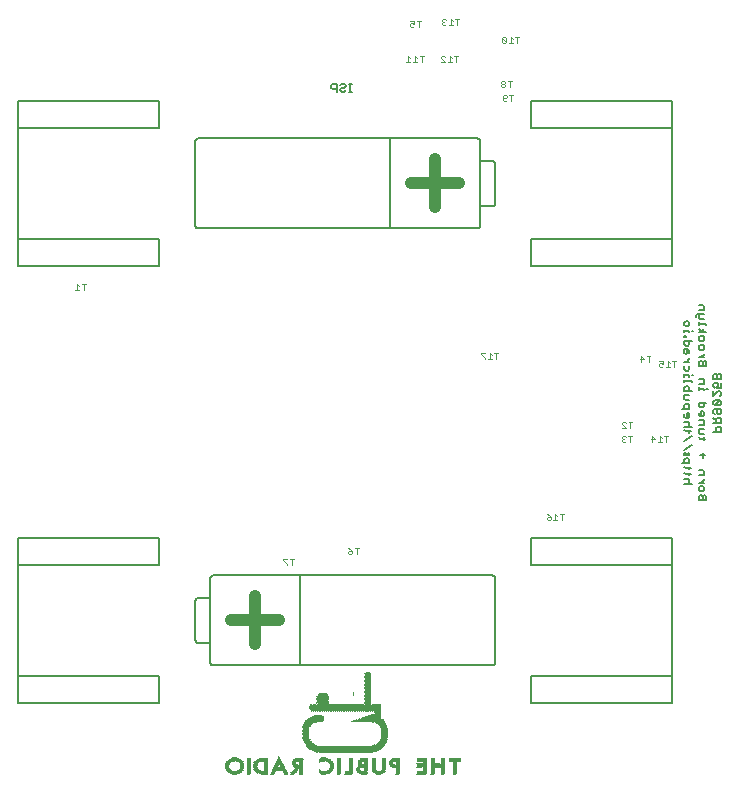
<source format=gbo>
G75*
%MOIN*%
%OFA0B0*%
%FSLAX24Y24*%
%IPPOS*%
%LPD*%
%AMOC8*
5,1,8,0,0,1.08239X$1,22.5*
%
%ADD10R,0.0010X0.0110*%
%ADD11R,0.0010X0.0010*%
%ADD12R,0.0010X0.0030*%
%ADD13R,0.0010X0.0070*%
%ADD14C,0.0070*%
%ADD15C,0.0050*%
%ADD16C,0.0080*%
%ADD17C,0.0400*%
%ADD18C,0.0040*%
%ADD19R,0.0015X0.0015*%
%ADD20R,0.0107X0.0015*%
%ADD21R,0.0123X0.0015*%
%ADD22R,0.0138X0.0015*%
%ADD23R,0.0353X0.0015*%
%ADD24R,0.0230X0.0015*%
%ADD25R,0.0261X0.0015*%
%ADD26R,0.0292X0.0015*%
%ADD27R,0.0154X0.0015*%
%ADD28R,0.0276X0.0015*%
%ADD29R,0.0322X0.0015*%
%ADD30R,0.0307X0.0015*%
%ADD31R,0.0169X0.0015*%
%ADD32R,0.0338X0.0015*%
%ADD33R,0.0384X0.0015*%
%ADD34R,0.0369X0.0015*%
%ADD35R,0.0415X0.0015*%
%ADD36R,0.0399X0.0015*%
%ADD37R,0.0445X0.0015*%
%ADD38R,0.0476X0.0015*%
%ADD39R,0.0200X0.0015*%
%ADD40R,0.0430X0.0015*%
%ADD41R,0.0077X0.0015*%
%ADD42R,0.0184X0.0015*%
%ADD43R,0.0046X0.0015*%
%ADD44R,0.0031X0.0015*%
%ADD45R,0.0246X0.0015*%
%ADD46R,0.0461X0.0015*%
%ADD47R,0.0092X0.0015*%
%ADD48R,0.0061X0.0015*%
%ADD49R,0.1981X0.0015*%
%ADD50R,0.2165X0.0015*%
%ADD51R,0.2288X0.0015*%
%ADD52R,0.2380X0.0015*%
%ADD53R,0.2472X0.0015*%
%ADD54R,0.2533X0.0015*%
%ADD55R,0.2595X0.0015*%
%ADD56R,0.0215X0.0015*%
%ADD57R,0.1075X0.0015*%
%ADD58R,0.0568X0.0015*%
%ADD59R,0.0952X0.0015*%
%ADD60R,0.0844X0.0015*%
%ADD61R,0.0537X0.0015*%
%ADD62R,0.0691X0.0015*%
%ADD63R,0.0507X0.0015*%
%ADD64R,0.0583X0.0015*%
%ADD65R,0.2365X0.0015*%
%ADD66R,0.2395X0.0015*%
%ADD67R,0.2349X0.0015*%
D10*
X014244Y004231D03*
D11*
X014254Y004191D03*
D12*
X014254Y004221D03*
X014254Y004261D03*
D13*
X014264Y004231D03*
D14*
X025264Y011220D02*
X025514Y011220D01*
X025431Y011262D02*
X025431Y011345D01*
X025389Y011387D01*
X025264Y011387D01*
X025306Y011556D02*
X025264Y011598D01*
X025306Y011556D02*
X025472Y011556D01*
X025431Y011515D02*
X025431Y011598D01*
X025431Y011711D02*
X025431Y011794D01*
X025472Y011753D02*
X025306Y011753D01*
X025264Y011794D01*
X025264Y011907D02*
X025264Y012033D01*
X025306Y012074D01*
X025389Y012074D01*
X025431Y012033D01*
X025431Y011907D01*
X025181Y011907D01*
X025264Y012202D02*
X025306Y012202D01*
X025306Y012244D01*
X025264Y012244D01*
X025264Y012202D01*
X025389Y012202D02*
X025431Y012202D01*
X025431Y012244D01*
X025389Y012244D01*
X025389Y012202D01*
X025264Y012349D02*
X025514Y012516D01*
X025264Y012644D02*
X025514Y012811D01*
X025431Y012939D02*
X025431Y013022D01*
X025472Y012980D02*
X025306Y012980D01*
X025264Y013022D01*
X025264Y013135D02*
X025514Y013135D01*
X025431Y013177D02*
X025431Y013260D01*
X025389Y013302D01*
X025264Y013302D01*
X025306Y013430D02*
X025389Y013430D01*
X025431Y013471D01*
X025431Y013555D01*
X025389Y013597D01*
X025347Y013597D01*
X025347Y013430D01*
X025306Y013430D02*
X025264Y013471D01*
X025264Y013555D01*
X025264Y013724D02*
X025264Y013850D01*
X025306Y013891D01*
X025389Y013891D01*
X025431Y013850D01*
X025431Y013724D01*
X025181Y013724D01*
X025306Y014019D02*
X025264Y014061D01*
X025264Y014186D01*
X025431Y014186D01*
X025431Y014314D02*
X025431Y014439D01*
X025389Y014481D01*
X025306Y014481D01*
X025264Y014439D01*
X025264Y014314D01*
X025514Y014314D01*
X025744Y014363D02*
X025744Y014446D01*
X025744Y014405D02*
X025911Y014405D01*
X025911Y014363D01*
X025994Y014405D02*
X026036Y014405D01*
X025911Y014559D02*
X025744Y014559D01*
X025911Y014559D02*
X025911Y014684D01*
X025869Y014726D01*
X025744Y014726D01*
X025556Y014847D02*
X025514Y014847D01*
X025431Y014847D02*
X025264Y014847D01*
X025264Y014888D02*
X025264Y014805D01*
X025264Y014692D02*
X025264Y014608D01*
X025264Y014650D02*
X025514Y014650D01*
X025514Y014608D01*
X025431Y014805D02*
X025431Y014847D01*
X025389Y015001D02*
X025306Y015001D01*
X025264Y015043D01*
X025264Y015168D01*
X025264Y015296D02*
X025431Y015296D01*
X025431Y015379D02*
X025347Y015296D01*
X025431Y015379D02*
X025431Y015421D01*
X025431Y015583D02*
X025431Y015667D01*
X025389Y015708D01*
X025264Y015708D01*
X025264Y015583D01*
X025306Y015541D01*
X025347Y015583D01*
X025347Y015708D01*
X025306Y015836D02*
X025389Y015836D01*
X025431Y015878D01*
X025431Y016003D01*
X025514Y016003D02*
X025264Y016003D01*
X025264Y015878D01*
X025306Y015836D01*
X025306Y016131D02*
X025306Y016172D01*
X025264Y016172D01*
X025264Y016131D01*
X025306Y016131D01*
X025264Y016278D02*
X025264Y016361D01*
X025264Y016320D02*
X025431Y016320D01*
X025431Y016278D01*
X025514Y016320D02*
X025556Y016320D01*
X025744Y016278D02*
X025994Y016278D01*
X025911Y016403D02*
X025827Y016278D01*
X025744Y016403D01*
X025744Y016524D02*
X025744Y016607D01*
X025744Y016565D02*
X025994Y016565D01*
X025994Y016524D01*
X025911Y016720D02*
X025786Y016720D01*
X025744Y016762D01*
X025744Y016887D01*
X025702Y016887D02*
X025661Y016845D01*
X025661Y016803D01*
X025702Y016887D02*
X025911Y016887D01*
X025911Y017015D02*
X025911Y017140D01*
X025869Y017182D01*
X025744Y017182D01*
X025744Y017015D02*
X025911Y017015D01*
X025431Y016600D02*
X025431Y016516D01*
X025389Y016475D01*
X025306Y016475D01*
X025264Y016516D01*
X025264Y016600D01*
X025306Y016641D01*
X025389Y016641D01*
X025431Y016600D01*
X025786Y016150D02*
X025869Y016150D01*
X025911Y016109D01*
X025911Y016025D01*
X025869Y015983D01*
X025786Y015983D01*
X025744Y016025D01*
X025744Y016109D01*
X025786Y016150D01*
X025786Y015856D02*
X025869Y015856D01*
X025911Y015814D01*
X025911Y015730D01*
X025869Y015689D01*
X025786Y015689D01*
X025744Y015730D01*
X025744Y015814D01*
X025786Y015856D01*
X025911Y015568D02*
X025911Y015527D01*
X025827Y015443D01*
X025744Y015443D02*
X025911Y015443D01*
X025911Y015315D02*
X025869Y015274D01*
X025869Y015149D01*
X025869Y015274D02*
X025827Y015315D01*
X025786Y015315D01*
X025744Y015274D01*
X025744Y015149D01*
X025994Y015149D01*
X025994Y015274D01*
X025952Y015315D01*
X025911Y015315D01*
X026266Y014898D02*
X026224Y014856D01*
X026224Y014731D01*
X026474Y014731D01*
X026474Y014856D01*
X026432Y014898D01*
X026391Y014898D01*
X026349Y014856D01*
X026349Y014731D01*
X026349Y014856D02*
X026307Y014898D01*
X026266Y014898D01*
X026266Y014603D02*
X026224Y014562D01*
X026224Y014478D01*
X026266Y014437D01*
X026349Y014437D02*
X026391Y014520D01*
X026391Y014562D01*
X026349Y014603D01*
X026266Y014603D01*
X026349Y014437D02*
X026474Y014437D01*
X026474Y014603D01*
X026432Y014309D02*
X026474Y014267D01*
X026474Y014184D01*
X026432Y014142D01*
X026432Y014014D02*
X026266Y013847D01*
X026224Y013889D01*
X026224Y013972D01*
X026266Y014014D01*
X026432Y014014D01*
X026474Y013972D01*
X026474Y013889D01*
X026432Y013847D01*
X026266Y013847D01*
X026266Y013719D02*
X026432Y013719D01*
X026474Y013678D01*
X026474Y013594D01*
X026432Y013553D01*
X026391Y013553D01*
X026349Y013594D01*
X026349Y013719D01*
X026266Y013719D02*
X026224Y013678D01*
X026224Y013594D01*
X026266Y013553D01*
X026224Y013425D02*
X026307Y013341D01*
X026307Y013383D02*
X026307Y013258D01*
X026224Y013258D02*
X026474Y013258D01*
X026474Y013383D01*
X026432Y013425D01*
X026349Y013425D01*
X026307Y013383D01*
X026349Y013130D02*
X026307Y013088D01*
X026307Y012963D01*
X026224Y012963D02*
X026474Y012963D01*
X026474Y013088D01*
X026432Y013130D01*
X026349Y013130D01*
X025911Y013184D02*
X025911Y013309D01*
X025869Y013351D01*
X025744Y013351D01*
X025786Y013479D02*
X025869Y013479D01*
X025911Y013521D01*
X025911Y013604D01*
X025869Y013646D01*
X025827Y013646D01*
X025827Y013479D01*
X025786Y013479D02*
X025744Y013521D01*
X025744Y013604D01*
X025786Y013774D02*
X025869Y013774D01*
X025911Y013815D01*
X025911Y013940D01*
X025994Y013940D02*
X025744Y013940D01*
X025744Y013815D01*
X025786Y013774D01*
X025431Y014019D02*
X025306Y014019D01*
X026224Y014142D02*
X026391Y014309D01*
X026432Y014309D01*
X026224Y014309D02*
X026224Y014142D01*
X025911Y013184D02*
X025744Y013184D01*
X025744Y013056D02*
X025911Y013056D01*
X025911Y012890D02*
X025786Y012890D01*
X025744Y012931D01*
X025744Y013056D01*
X025744Y012777D02*
X025786Y012735D01*
X025952Y012735D01*
X025911Y012693D02*
X025911Y012777D01*
X025869Y012271D02*
X025869Y012104D01*
X025952Y012187D02*
X025786Y012187D01*
X025744Y011681D02*
X025869Y011681D01*
X025911Y011640D01*
X025911Y011515D01*
X025744Y011515D01*
X025911Y011394D02*
X025911Y011352D01*
X025827Y011269D01*
X025744Y011269D02*
X025911Y011269D01*
X025869Y011141D02*
X025911Y011099D01*
X025911Y011016D01*
X025869Y010974D01*
X025786Y010974D01*
X025744Y011016D01*
X025744Y011099D01*
X025786Y011141D01*
X025869Y011141D01*
X025827Y010847D02*
X025786Y010847D01*
X025744Y010805D01*
X025744Y010680D01*
X025994Y010680D01*
X025994Y010805D01*
X025952Y010847D01*
X025911Y010847D01*
X025869Y010805D01*
X025869Y010680D01*
X025869Y010805D02*
X025827Y010847D01*
X025431Y011262D02*
X025389Y011220D01*
X025389Y013135D02*
X025431Y013177D01*
X025389Y015001D02*
X025431Y015043D01*
X025431Y015168D01*
D15*
X007760Y003926D02*
X003060Y003926D01*
X003060Y004826D01*
X007760Y004826D01*
X007760Y003926D01*
X003060Y004826D02*
X003060Y008526D01*
X007760Y008526D01*
X007760Y009426D01*
X003060Y009426D01*
X003060Y008526D01*
X003060Y018493D02*
X007760Y018493D01*
X007760Y019393D01*
X003060Y019393D01*
X003060Y023093D01*
X007760Y023093D01*
X007760Y023993D01*
X003060Y023993D01*
X003060Y023093D01*
X003060Y019393D02*
X003060Y018493D01*
X013494Y024435D02*
X013539Y024390D01*
X013674Y024390D01*
X013674Y024299D02*
X013674Y024570D01*
X013539Y024570D01*
X013494Y024525D01*
X013494Y024435D01*
X013788Y024390D02*
X013788Y024345D01*
X013833Y024299D01*
X013923Y024299D01*
X013968Y024345D01*
X013923Y024435D02*
X013833Y024435D01*
X013788Y024390D01*
X013788Y024525D02*
X013833Y024570D01*
X013923Y024570D01*
X013968Y024525D01*
X013968Y024480D01*
X013923Y024435D01*
X014075Y024570D02*
X014165Y024570D01*
X014120Y024570D02*
X014120Y024299D01*
X014165Y024299D02*
X014075Y024299D01*
X020160Y023993D02*
X020160Y023093D01*
X024860Y023093D01*
X024860Y023993D01*
X020160Y023993D01*
X024860Y023093D02*
X024860Y019393D01*
X020160Y019393D01*
X020160Y018493D01*
X024860Y018493D01*
X024860Y019393D01*
X024860Y009426D02*
X020160Y009426D01*
X020160Y008526D01*
X024860Y008526D01*
X024860Y004826D01*
X020160Y004826D01*
X020160Y003926D01*
X024860Y003926D01*
X024860Y004826D01*
X024860Y008526D02*
X024860Y009426D01*
D16*
X018960Y008076D02*
X018960Y005276D01*
X018958Y005259D01*
X018954Y005242D01*
X018947Y005226D01*
X018937Y005212D01*
X018924Y005199D01*
X018910Y005189D01*
X018894Y005182D01*
X018877Y005178D01*
X018860Y005176D01*
X012460Y005176D01*
X009560Y005176D01*
X009543Y005178D01*
X009526Y005182D01*
X009510Y005189D01*
X009496Y005199D01*
X009483Y005212D01*
X009473Y005226D01*
X009466Y005242D01*
X009462Y005259D01*
X009460Y005276D01*
X009460Y005926D01*
X009060Y005926D01*
X009043Y005928D01*
X009026Y005932D01*
X009010Y005939D01*
X008996Y005949D01*
X008983Y005962D01*
X008973Y005976D01*
X008966Y005992D01*
X008962Y006009D01*
X008960Y006026D01*
X008960Y007326D01*
X008962Y007343D01*
X008966Y007360D01*
X008973Y007376D01*
X008983Y007390D01*
X008996Y007403D01*
X009010Y007413D01*
X009026Y007420D01*
X009043Y007424D01*
X009060Y007426D01*
X009460Y007426D01*
X009460Y005926D01*
X009460Y007426D02*
X009460Y008076D01*
X009462Y008093D01*
X009466Y008110D01*
X009473Y008126D01*
X009483Y008140D01*
X009496Y008153D01*
X009510Y008163D01*
X009526Y008170D01*
X009543Y008174D01*
X009560Y008176D01*
X012460Y008176D01*
X018860Y008176D01*
X018877Y008174D01*
X018894Y008170D01*
X018910Y008163D01*
X018924Y008153D01*
X018937Y008140D01*
X018947Y008126D01*
X018954Y008110D01*
X018958Y008093D01*
X018960Y008076D01*
X012460Y008176D02*
X012460Y005176D01*
X015460Y019743D02*
X009060Y019743D01*
X009043Y019745D01*
X009026Y019749D01*
X009010Y019756D01*
X008996Y019766D01*
X008983Y019779D01*
X008973Y019793D01*
X008966Y019809D01*
X008962Y019826D01*
X008960Y019843D01*
X008960Y022643D01*
X008962Y022660D01*
X008966Y022677D01*
X008973Y022693D01*
X008983Y022707D01*
X008996Y022720D01*
X009010Y022730D01*
X009026Y022737D01*
X009043Y022741D01*
X009060Y022743D01*
X015460Y022743D01*
X018360Y022743D01*
X018377Y022741D01*
X018394Y022737D01*
X018410Y022730D01*
X018424Y022720D01*
X018437Y022707D01*
X018447Y022693D01*
X018454Y022677D01*
X018458Y022660D01*
X018460Y022643D01*
X018460Y021993D01*
X018860Y021993D01*
X018877Y021991D01*
X018894Y021987D01*
X018910Y021980D01*
X018924Y021970D01*
X018937Y021957D01*
X018947Y021943D01*
X018954Y021927D01*
X018958Y021910D01*
X018960Y021893D01*
X018960Y020593D01*
X018958Y020576D01*
X018954Y020559D01*
X018947Y020543D01*
X018937Y020529D01*
X018924Y020516D01*
X018910Y020506D01*
X018894Y020499D01*
X018877Y020495D01*
X018860Y020493D01*
X018460Y020493D01*
X018460Y021993D01*
X018460Y020493D02*
X018460Y019843D01*
X018458Y019826D01*
X018454Y019809D01*
X018447Y019793D01*
X018437Y019779D01*
X018424Y019766D01*
X018410Y019756D01*
X018394Y019749D01*
X018377Y019745D01*
X018360Y019743D01*
X015460Y019743D01*
X015460Y022743D01*
D17*
X016960Y022043D02*
X016960Y020443D01*
X016160Y021243D02*
X017760Y021243D01*
X010960Y007476D02*
X010960Y005876D01*
X011760Y006676D02*
X010160Y006676D01*
D18*
X012026Y008527D02*
X012026Y008560D01*
X011892Y008694D01*
X011892Y008727D01*
X012026Y008727D01*
X012113Y008727D02*
X012247Y008727D01*
X012180Y008727D02*
X012180Y008527D01*
X014058Y008915D02*
X014058Y008948D01*
X014091Y008981D01*
X014191Y008981D01*
X014191Y008915D01*
X014158Y008881D01*
X014091Y008881D01*
X014058Y008915D01*
X014124Y009048D02*
X014058Y009081D01*
X014124Y009048D02*
X014191Y008981D01*
X014279Y009081D02*
X014412Y009081D01*
X014345Y009081D02*
X014345Y008881D01*
X020672Y010061D02*
X020706Y010028D01*
X020772Y010028D01*
X020806Y010061D01*
X020806Y010128D01*
X020706Y010128D01*
X020672Y010094D01*
X020672Y010061D01*
X020739Y010195D02*
X020806Y010128D01*
X020739Y010195D02*
X020672Y010228D01*
X020960Y010228D02*
X020960Y010028D01*
X021027Y010028D02*
X020893Y010028D01*
X021027Y010161D02*
X020960Y010228D01*
X021114Y010228D02*
X021248Y010228D01*
X021181Y010228D02*
X021181Y010028D01*
X023205Y012626D02*
X023272Y012626D01*
X023305Y012660D01*
X023238Y012726D02*
X023205Y012726D01*
X023172Y012693D01*
X023172Y012660D01*
X023205Y012626D01*
X023205Y012726D02*
X023172Y012760D01*
X023172Y012793D01*
X023205Y012826D01*
X023272Y012826D01*
X023305Y012793D01*
X023393Y012826D02*
X023526Y012826D01*
X023459Y012826D02*
X023459Y012626D01*
X023464Y013074D02*
X023464Y013274D01*
X023398Y013274D02*
X023531Y013274D01*
X023310Y013241D02*
X023277Y013274D01*
X023210Y013274D01*
X023177Y013241D01*
X023177Y013208D01*
X023310Y013074D01*
X023177Y013074D01*
X024149Y012718D02*
X024282Y012718D01*
X024182Y012818D01*
X024182Y012618D01*
X024370Y012618D02*
X024503Y012618D01*
X024437Y012618D02*
X024437Y012818D01*
X024503Y012751D01*
X024591Y012818D02*
X024724Y012818D01*
X024658Y012818D02*
X024658Y012618D01*
X024633Y015131D02*
X024767Y015131D01*
X024700Y015131D02*
X024700Y015331D01*
X024767Y015265D01*
X024854Y015331D02*
X024988Y015331D01*
X024921Y015331D02*
X024921Y015131D01*
X024546Y015164D02*
X024512Y015131D01*
X024446Y015131D01*
X024412Y015164D01*
X024412Y015231D01*
X024446Y015265D01*
X024479Y015265D01*
X024546Y015231D01*
X024546Y015331D01*
X024412Y015331D01*
X024131Y015494D02*
X023998Y015494D01*
X024065Y015494D02*
X024065Y015294D01*
X023910Y015394D02*
X023777Y015394D01*
X023810Y015494D02*
X023910Y015394D01*
X023810Y015294D02*
X023810Y015494D01*
X019058Y015577D02*
X018924Y015577D01*
X018991Y015577D02*
X018991Y015377D01*
X018837Y015377D02*
X018703Y015377D01*
X018770Y015377D02*
X018770Y015577D01*
X018837Y015511D01*
X018616Y015577D02*
X018482Y015577D01*
X018482Y015544D01*
X018616Y015411D01*
X018616Y015377D01*
X019239Y023999D02*
X019205Y024033D01*
X019205Y024166D01*
X019239Y024199D01*
X019305Y024199D01*
X019339Y024166D01*
X019339Y024133D01*
X019305Y024099D01*
X019205Y024099D01*
X019239Y023999D02*
X019305Y023999D01*
X019339Y024033D01*
X019493Y023999D02*
X019493Y024199D01*
X019560Y024199D02*
X019426Y024199D01*
X019434Y024442D02*
X019434Y024642D01*
X019501Y024642D02*
X019367Y024642D01*
X019280Y024609D02*
X019280Y024576D01*
X019246Y024542D01*
X019179Y024542D01*
X019146Y024509D01*
X019146Y024476D01*
X019179Y024442D01*
X019246Y024442D01*
X019280Y024476D01*
X019280Y024509D01*
X019246Y024542D01*
X019179Y024542D02*
X019146Y024576D01*
X019146Y024609D01*
X019179Y024642D01*
X019246Y024642D01*
X019280Y024609D01*
X019287Y025926D02*
X019320Y025960D01*
X019187Y026093D01*
X019187Y025960D01*
X019220Y025926D01*
X019287Y025926D01*
X019320Y025960D02*
X019320Y026093D01*
X019287Y026127D01*
X019220Y026127D01*
X019187Y026093D01*
X019408Y025926D02*
X019541Y025926D01*
X019475Y025926D02*
X019475Y026127D01*
X019541Y026060D01*
X019629Y026127D02*
X019762Y026127D01*
X019696Y026127D02*
X019696Y025926D01*
X017729Y025479D02*
X017595Y025479D01*
X017662Y025479D02*
X017662Y025279D01*
X017508Y025279D02*
X017374Y025279D01*
X017441Y025279D02*
X017441Y025479D01*
X017508Y025412D01*
X017287Y025446D02*
X017254Y025479D01*
X017187Y025479D01*
X017153Y025446D01*
X017153Y025412D01*
X017287Y025279D01*
X017153Y025279D01*
X016567Y025489D02*
X016434Y025489D01*
X016501Y025489D02*
X016501Y025289D01*
X016346Y025289D02*
X016213Y025289D01*
X016280Y025289D02*
X016280Y025489D01*
X016346Y025422D01*
X016126Y025422D02*
X016059Y025489D01*
X016059Y025289D01*
X016126Y025289D02*
X015992Y025289D01*
X016158Y026470D02*
X016225Y026470D01*
X016258Y026503D01*
X016258Y026570D02*
X016191Y026603D01*
X016158Y026603D01*
X016124Y026570D01*
X016124Y026503D01*
X016158Y026470D01*
X016258Y026570D02*
X016258Y026670D01*
X016124Y026670D01*
X016345Y026670D02*
X016479Y026670D01*
X016412Y026670D02*
X016412Y026470D01*
X017183Y026542D02*
X017216Y026509D01*
X017283Y026509D01*
X017316Y026542D01*
X017404Y026509D02*
X017537Y026509D01*
X017471Y026509D02*
X017471Y026709D01*
X017537Y026643D01*
X017625Y026709D02*
X017758Y026709D01*
X017692Y026709D02*
X017692Y026509D01*
X017316Y026676D02*
X017283Y026709D01*
X017216Y026709D01*
X017183Y026676D01*
X017183Y026643D01*
X017216Y026609D01*
X017183Y026576D01*
X017183Y026542D01*
X017216Y026609D02*
X017250Y026609D01*
X005317Y017900D02*
X005184Y017900D01*
X005251Y017900D02*
X005251Y017700D01*
X005096Y017700D02*
X004963Y017700D01*
X005030Y017700D02*
X005030Y017900D01*
X005096Y017833D01*
D19*
X014620Y004875D03*
X014620Y004783D03*
X014620Y004752D03*
X014620Y004660D03*
X014620Y004629D03*
X014620Y004537D03*
X014620Y004506D03*
X014620Y004414D03*
X014620Y004384D03*
X014620Y004291D03*
X014620Y004261D03*
X014620Y004169D03*
X014620Y004138D03*
X014620Y004046D03*
X014620Y004015D03*
X014620Y003923D03*
X014620Y003892D03*
X014804Y003861D03*
X014804Y003954D03*
X014804Y003984D03*
X014804Y004076D03*
X014804Y004107D03*
X014804Y004199D03*
X014804Y004230D03*
X014804Y004322D03*
X014804Y004353D03*
X014804Y004445D03*
X014804Y004476D03*
X014804Y004568D03*
X014804Y004599D03*
X014804Y004691D03*
X014804Y004721D03*
X014804Y004813D03*
X014804Y004844D03*
X014773Y004906D03*
X013391Y004107D03*
X013391Y004076D03*
X013391Y003984D03*
X013391Y003954D03*
X013391Y003861D03*
X013407Y003631D03*
X013468Y003631D03*
X013530Y003631D03*
X013591Y003631D03*
X013652Y003631D03*
X013714Y003631D03*
X013775Y003631D03*
X013837Y003631D03*
X013898Y003631D03*
X013960Y003631D03*
X014021Y003631D03*
X014082Y003631D03*
X014144Y003631D03*
X014205Y003631D03*
X014267Y003631D03*
X014328Y003631D03*
X014389Y003631D03*
X014451Y003631D03*
X014512Y003631D03*
X014574Y003631D03*
X014635Y003631D03*
X014697Y003631D03*
X014727Y003631D03*
X014758Y003631D03*
X014819Y003631D03*
X014881Y003631D03*
X014865Y003524D03*
X014712Y003462D03*
X014681Y003462D03*
X014635Y003447D03*
X014620Y003432D03*
X014589Y003432D03*
X014543Y003416D03*
X014451Y003386D03*
X014359Y003355D03*
X014343Y003339D03*
X014343Y003278D03*
X014313Y003278D03*
X014282Y003278D03*
X014251Y003278D03*
X014221Y003278D03*
X014190Y003278D03*
X014251Y003309D03*
X014374Y003278D03*
X014405Y003278D03*
X014436Y003278D03*
X014466Y003278D03*
X014497Y003278D03*
X014528Y003278D03*
X014558Y003278D03*
X014589Y003278D03*
X014620Y003278D03*
X014650Y003278D03*
X014681Y003278D03*
X014712Y003278D03*
X014743Y003278D03*
X014773Y003278D03*
X014804Y003278D03*
X014835Y003278D03*
X014865Y003278D03*
X014881Y003263D03*
X014911Y003263D03*
X015111Y003155D03*
X015142Y003124D03*
X015142Y003094D03*
X015173Y003032D03*
X015173Y002940D03*
X015173Y002910D03*
X015173Y002817D03*
X015173Y002787D03*
X015357Y002756D03*
X015357Y002725D03*
X015357Y002848D03*
X015357Y002879D03*
X015357Y002971D03*
X015357Y003002D03*
X015357Y003094D03*
X015357Y003124D03*
X015326Y003155D03*
X015326Y003186D03*
X015295Y003247D03*
X015265Y003278D03*
X015173Y003370D03*
X015142Y003401D03*
X015142Y003432D03*
X015142Y003524D03*
X015142Y003554D03*
X015142Y003647D03*
X015142Y003677D03*
X015142Y003769D03*
X015142Y003800D03*
X013345Y003631D03*
X013284Y003631D03*
X013223Y003631D03*
X013161Y003631D03*
X013100Y003631D03*
X013038Y003631D03*
X012977Y003631D03*
X012915Y003631D03*
X012854Y003631D03*
X012839Y003647D03*
X012777Y003769D03*
X012777Y003800D03*
X012808Y003831D03*
X012823Y003846D03*
X012854Y003846D03*
X013023Y003892D03*
X013023Y003923D03*
X013023Y004015D03*
X013023Y004046D03*
X013023Y004138D03*
X012977Y003478D03*
X012946Y003478D03*
X012931Y003462D03*
X012900Y003462D03*
X012839Y003432D03*
X012777Y003401D03*
X012685Y003339D03*
X012654Y003309D03*
X012808Y003186D03*
X012839Y003217D03*
X012777Y003124D03*
X012747Y003063D03*
X012747Y003032D03*
X012747Y002940D03*
X012747Y002910D03*
X012747Y002817D03*
X012747Y002787D03*
X012562Y002756D03*
X012562Y002725D03*
X012562Y002848D03*
X012562Y002879D03*
X012562Y002971D03*
X012562Y003002D03*
X012562Y003094D03*
X012562Y003124D03*
X013008Y003263D03*
X013054Y003278D03*
X013084Y003278D03*
X013115Y003278D03*
X013146Y003278D03*
X013207Y003339D03*
X013238Y003401D03*
X013207Y003462D03*
X013192Y003478D03*
X012839Y002602D03*
X012869Y002572D03*
X012961Y002510D03*
X013008Y002495D03*
X013023Y002480D03*
X013023Y002265D03*
X013054Y002265D03*
X013176Y002080D03*
X013207Y002080D03*
X013299Y002080D03*
X013330Y002080D03*
X013284Y001973D03*
X013253Y001973D03*
X013161Y001942D03*
X013100Y001911D03*
X013100Y001697D03*
X013253Y001635D03*
X013284Y001635D03*
X013330Y001528D03*
X013176Y001528D03*
X013699Y001528D03*
X013729Y001528D03*
X013760Y001528D03*
X013791Y001528D03*
X013944Y001528D03*
X013975Y001528D03*
X014006Y001528D03*
X014036Y001528D03*
X014067Y001528D03*
X014098Y001528D03*
X014128Y001528D03*
X014159Y001528D03*
X014190Y001528D03*
X014528Y001528D03*
X014558Y001528D03*
X014589Y001528D03*
X014620Y001528D03*
X014650Y001528D03*
X014681Y001528D03*
X015019Y001528D03*
X015065Y001635D03*
X015096Y001635D03*
X015249Y001574D03*
X015572Y001743D03*
X015618Y001850D03*
X015664Y001528D03*
X015695Y001528D03*
X015725Y001528D03*
X015756Y001528D03*
X016339Y001528D03*
X016370Y001528D03*
X016401Y001528D03*
X016432Y001528D03*
X016462Y001528D03*
X016493Y001528D03*
X016524Y001528D03*
X016554Y001528D03*
X016585Y001528D03*
X016616Y001528D03*
X016647Y001528D03*
X016831Y001528D03*
X016861Y001528D03*
X016892Y001528D03*
X016923Y001528D03*
X017169Y001528D03*
X017199Y001528D03*
X017230Y001528D03*
X017261Y001528D03*
X017568Y001528D03*
X017599Y001528D03*
X017629Y001528D03*
X017660Y001528D03*
X017123Y001881D03*
X017092Y001881D03*
X017061Y001881D03*
X017030Y001881D03*
X017000Y001881D03*
X016969Y001881D03*
X016539Y001881D03*
X016508Y001881D03*
X016478Y001881D03*
X016447Y001881D03*
X016416Y001881D03*
X016386Y001881D03*
X016355Y001881D03*
X016370Y001773D03*
X016339Y001773D03*
X016401Y001773D03*
X016432Y001773D03*
X016462Y001773D03*
X016493Y001773D03*
X016524Y001773D03*
X015203Y002418D03*
X015157Y002372D03*
X015111Y002357D03*
X015234Y002480D03*
X014958Y002510D03*
X014896Y002480D03*
X014865Y002480D03*
X014865Y002265D03*
X014482Y002065D03*
X012808Y002357D03*
X012685Y002480D03*
X012301Y002065D03*
X012271Y001758D03*
X012255Y001528D03*
X012224Y001528D03*
X012194Y001528D03*
X012163Y001528D03*
X012132Y001528D03*
X012040Y001528D03*
X012010Y001528D03*
X011979Y001528D03*
X011948Y001528D03*
X011856Y001650D03*
X011825Y001650D03*
X011795Y001650D03*
X011764Y001650D03*
X011733Y001650D03*
X011702Y001650D03*
X011672Y001650D03*
X011580Y001528D03*
X011549Y001528D03*
X011518Y001528D03*
X011487Y001528D03*
X011365Y001528D03*
X011334Y001528D03*
X011303Y001528D03*
X011273Y001528D03*
X011242Y001528D03*
X011211Y001528D03*
X011180Y001528D03*
X011058Y001558D03*
X010781Y001528D03*
X010750Y001528D03*
X010720Y001528D03*
X010351Y001528D03*
X010305Y001635D03*
X010244Y001635D03*
X010198Y001528D03*
X010244Y001973D03*
X010274Y001973D03*
X010351Y001958D03*
X010351Y002080D03*
X010321Y002080D03*
X010290Y002080D03*
X010259Y002080D03*
X010228Y002080D03*
X010198Y002080D03*
X011104Y002065D03*
X011150Y001958D03*
X011764Y002111D03*
X012439Y001528D03*
X012470Y001528D03*
X012501Y001528D03*
X012532Y001528D03*
D20*
X012486Y001558D03*
X012486Y001589D03*
X012486Y001620D03*
X012486Y001650D03*
X012486Y001681D03*
X012486Y001712D03*
X012486Y001865D03*
X012486Y001896D03*
X012486Y001927D03*
X012486Y001958D03*
X011764Y002034D03*
X010750Y002034D03*
X010750Y002004D03*
X010750Y001973D03*
X010750Y001942D03*
X010750Y001911D03*
X010750Y001881D03*
X010750Y001850D03*
X010750Y001819D03*
X010750Y001789D03*
X010750Y001758D03*
X010750Y001727D03*
X010750Y001697D03*
X010750Y001666D03*
X010750Y001635D03*
X010750Y001604D03*
X010750Y001574D03*
X010750Y001543D03*
X010520Y001773D03*
X010520Y001804D03*
X010520Y001835D03*
X010750Y002065D03*
X010274Y001528D03*
X010029Y001743D03*
X013253Y001528D03*
X013499Y001743D03*
X013499Y001865D03*
X014389Y001712D03*
X014389Y001681D03*
X014911Y001712D03*
X014911Y001743D03*
X014911Y001773D03*
X014911Y001804D03*
X014911Y001835D03*
X014911Y001865D03*
X014911Y001896D03*
X014911Y001927D03*
X014911Y001958D03*
X014911Y001988D03*
X014911Y002019D03*
X014911Y002050D03*
X015249Y002050D03*
X015249Y002019D03*
X015249Y001988D03*
X015249Y001958D03*
X015249Y001927D03*
X015249Y001896D03*
X015249Y001865D03*
X015249Y001835D03*
X015249Y001804D03*
X015249Y001773D03*
X015249Y001743D03*
X015096Y001528D03*
X015710Y001558D03*
X015710Y001589D03*
X015710Y001620D03*
X015710Y001650D03*
X015710Y001681D03*
X015710Y001712D03*
X015710Y001865D03*
X015710Y001896D03*
X015710Y001927D03*
X015710Y001958D03*
X017215Y001958D03*
X017215Y001988D03*
X017215Y002019D03*
X017215Y002050D03*
X017215Y001927D03*
X017215Y001896D03*
X017215Y001743D03*
X017215Y001712D03*
X017215Y001681D03*
X017215Y001650D03*
X017215Y001620D03*
X017215Y001589D03*
X017215Y001558D03*
X014712Y004921D03*
D21*
X014151Y002065D03*
X014151Y002050D03*
X014151Y002034D03*
X014151Y002019D03*
X014151Y002004D03*
X014151Y001988D03*
X014151Y001973D03*
X014151Y001958D03*
X014151Y001942D03*
X014151Y001927D03*
X014151Y001911D03*
X014151Y001896D03*
X014151Y001881D03*
X014151Y001865D03*
X014151Y001850D03*
X014151Y001835D03*
X014151Y001819D03*
X014151Y001804D03*
X014151Y001789D03*
X014151Y001773D03*
X014151Y001758D03*
X014151Y001743D03*
X014151Y001727D03*
X014151Y001712D03*
X014151Y001697D03*
X014151Y001681D03*
X014151Y001666D03*
X014151Y001650D03*
X014397Y001727D03*
X014443Y001896D03*
X014443Y001911D03*
X014443Y001927D03*
X014643Y001927D03*
X014643Y001942D03*
X014643Y001958D03*
X014643Y001911D03*
X014643Y001896D03*
X014643Y001881D03*
X014643Y001865D03*
X014643Y001743D03*
X014643Y001727D03*
X014643Y001712D03*
X014643Y001697D03*
X014643Y001681D03*
X014643Y001666D03*
X014643Y001650D03*
X014919Y001681D03*
X015226Y001666D03*
X015242Y001712D03*
X015487Y001865D03*
X015487Y001881D03*
X015487Y001896D03*
X015487Y001911D03*
X015487Y001927D03*
X016624Y001927D03*
X016624Y001942D03*
X016624Y001958D03*
X016624Y001911D03*
X016624Y001896D03*
X016624Y001881D03*
X016624Y001758D03*
X016624Y001743D03*
X016624Y001727D03*
X016624Y001712D03*
X016624Y001697D03*
X016624Y001681D03*
X016624Y001666D03*
X016624Y001650D03*
X016885Y001650D03*
X016885Y001635D03*
X016885Y001620D03*
X016885Y001604D03*
X016885Y001589D03*
X016885Y001574D03*
X016885Y001558D03*
X016885Y001543D03*
X016885Y001666D03*
X016885Y001681D03*
X016885Y001697D03*
X016885Y001712D03*
X016885Y001727D03*
X016885Y001743D03*
X016885Y001758D03*
X016885Y001881D03*
X016885Y001896D03*
X016885Y001911D03*
X016885Y001927D03*
X016885Y001942D03*
X016885Y001958D03*
X016885Y001973D03*
X016885Y001988D03*
X016885Y002004D03*
X016885Y002019D03*
X016885Y002034D03*
X016885Y002050D03*
X016885Y002065D03*
X017606Y001958D03*
X017606Y001942D03*
X017606Y001927D03*
X017606Y001911D03*
X017606Y001896D03*
X017606Y001881D03*
X017606Y001865D03*
X017606Y001850D03*
X017606Y001835D03*
X017606Y001819D03*
X017606Y001804D03*
X017606Y001789D03*
X017606Y001773D03*
X017606Y001758D03*
X017606Y001743D03*
X017606Y001727D03*
X017606Y001712D03*
X017606Y001697D03*
X017606Y001681D03*
X017606Y001666D03*
X017606Y001650D03*
X017606Y001635D03*
X017606Y001620D03*
X017606Y001604D03*
X017606Y001589D03*
X017606Y001574D03*
X017606Y001558D03*
X017606Y001543D03*
X013737Y001543D03*
X013737Y001558D03*
X013737Y001574D03*
X013737Y001589D03*
X013737Y001604D03*
X013737Y001620D03*
X013737Y001635D03*
X013737Y001650D03*
X013737Y001666D03*
X013737Y001681D03*
X013737Y001697D03*
X013737Y001712D03*
X013737Y001727D03*
X013737Y001743D03*
X013737Y001758D03*
X013737Y001773D03*
X013737Y001789D03*
X013737Y001804D03*
X013737Y001819D03*
X013737Y001835D03*
X013737Y001850D03*
X013737Y001865D03*
X013737Y001881D03*
X013737Y001896D03*
X013737Y001911D03*
X013737Y001927D03*
X013737Y001942D03*
X013737Y001958D03*
X013737Y001973D03*
X013737Y001988D03*
X013737Y002004D03*
X013737Y002019D03*
X013737Y002034D03*
X013737Y002050D03*
X013737Y002065D03*
X013507Y001835D03*
X013507Y001819D03*
X013507Y001804D03*
X013507Y001789D03*
X013507Y001773D03*
X012248Y001881D03*
X012248Y001896D03*
X012248Y001911D03*
X012248Y001927D03*
X011879Y001773D03*
X011848Y001835D03*
X011664Y001819D03*
X011664Y001804D03*
X011572Y001620D03*
X011557Y001589D03*
X011311Y001650D03*
X011311Y001666D03*
X011311Y001681D03*
X011311Y001697D03*
X011311Y001712D03*
X011311Y001727D03*
X011311Y001743D03*
X011311Y001758D03*
X011311Y001773D03*
X011311Y001789D03*
X011311Y001804D03*
X011311Y001819D03*
X011311Y001835D03*
X011311Y001850D03*
X011311Y001865D03*
X011311Y001881D03*
X011311Y001896D03*
X011311Y001911D03*
X011311Y001927D03*
X011311Y001942D03*
X011311Y001958D03*
X010958Y001850D03*
X010958Y001819D03*
X010958Y001804D03*
X010958Y001789D03*
X010958Y001773D03*
X010958Y001758D03*
X010512Y001743D03*
X010512Y001727D03*
X010512Y001865D03*
X010512Y001881D03*
X010036Y001865D03*
X010021Y001835D03*
X010021Y001804D03*
X010021Y001789D03*
X010021Y001773D03*
X011756Y002004D03*
X011756Y002019D03*
X011940Y001650D03*
X011971Y001589D03*
X011986Y001558D03*
D22*
X011994Y001543D03*
X011979Y001574D03*
X011963Y001604D03*
X011948Y001620D03*
X011948Y001635D03*
X011871Y001789D03*
X011856Y001804D03*
X011856Y001819D03*
X011841Y001850D03*
X011687Y001850D03*
X011672Y001835D03*
X011656Y001789D03*
X011641Y001773D03*
X011580Y001650D03*
X011580Y001635D03*
X011564Y001604D03*
X011549Y001558D03*
X011534Y001543D03*
X011764Y001988D03*
X012255Y001942D03*
X012255Y001865D03*
X012317Y001681D03*
X012301Y001666D03*
X012224Y001558D03*
X012486Y001543D03*
X012486Y001574D03*
X012486Y001604D03*
X012486Y001635D03*
X012486Y001666D03*
X012486Y001697D03*
X012486Y001850D03*
X012486Y001881D03*
X012486Y001911D03*
X012486Y001942D03*
X013161Y001973D03*
X013484Y001896D03*
X013499Y001881D03*
X013499Y001850D03*
X013499Y001758D03*
X013499Y001727D03*
X013484Y001712D03*
X013161Y001635D03*
X014389Y001666D03*
X014405Y001650D03*
X014389Y001697D03*
X014405Y001743D03*
X014466Y001865D03*
X014451Y001881D03*
X014451Y001942D03*
X014466Y001958D03*
X014911Y001973D03*
X014911Y002004D03*
X014911Y002034D03*
X014911Y002065D03*
X014911Y001942D03*
X014911Y001911D03*
X014911Y001881D03*
X014911Y001850D03*
X014911Y001819D03*
X014911Y001789D03*
X014911Y001758D03*
X014911Y001727D03*
X014911Y001697D03*
X014927Y001666D03*
X015234Y001681D03*
X015249Y001697D03*
X015249Y001727D03*
X015249Y001758D03*
X015249Y001789D03*
X015249Y001819D03*
X015249Y001850D03*
X015249Y001881D03*
X015249Y001911D03*
X015249Y001942D03*
X015249Y001973D03*
X015249Y002004D03*
X015249Y002034D03*
X015249Y002065D03*
X015495Y001942D03*
X015510Y001958D03*
X015710Y001942D03*
X015710Y001911D03*
X015710Y001881D03*
X015710Y001850D03*
X015710Y001727D03*
X015710Y001697D03*
X015710Y001666D03*
X015710Y001635D03*
X015710Y001604D03*
X015710Y001574D03*
X015710Y001543D03*
X016616Y001773D03*
X017215Y001758D03*
X017215Y001727D03*
X017215Y001697D03*
X017215Y001666D03*
X017215Y001635D03*
X017215Y001604D03*
X017215Y001574D03*
X017215Y001543D03*
X017215Y001881D03*
X017215Y001911D03*
X017215Y001942D03*
X017215Y001973D03*
X017215Y002004D03*
X017215Y002034D03*
X017215Y002065D03*
X010996Y001927D03*
X010981Y001896D03*
X010981Y001881D03*
X010965Y001865D03*
X010965Y001835D03*
X010965Y001743D03*
X010981Y001727D03*
X010981Y001712D03*
X010996Y001681D03*
X010750Y001681D03*
X010750Y001650D03*
X010750Y001620D03*
X010750Y001589D03*
X010750Y001558D03*
X010750Y001712D03*
X010750Y001743D03*
X010750Y001773D03*
X010750Y001804D03*
X010750Y001835D03*
X010750Y001865D03*
X010750Y001896D03*
X010750Y001927D03*
X010750Y001958D03*
X010750Y001988D03*
X010750Y002019D03*
X010750Y002050D03*
X010505Y001896D03*
X010489Y001911D03*
X010520Y001850D03*
X010520Y001819D03*
X010520Y001789D03*
X010520Y001758D03*
X010505Y001712D03*
X010489Y001697D03*
X010044Y001712D03*
X010029Y001727D03*
X010029Y001758D03*
X010029Y001819D03*
X010029Y001850D03*
X010029Y001881D03*
X010044Y001896D03*
D23*
X011196Y002019D03*
X011196Y001589D03*
X012378Y001819D03*
X012378Y001973D03*
X012378Y002004D03*
X012808Y002495D03*
X013269Y002034D03*
X013269Y001574D03*
X014528Y001604D03*
X014528Y001620D03*
X014528Y001635D03*
X014528Y001758D03*
X015602Y001973D03*
X016508Y001973D03*
X016508Y001988D03*
X016508Y002004D03*
X016508Y002019D03*
X016508Y002034D03*
X016508Y002050D03*
X016508Y002065D03*
X016508Y001865D03*
X016508Y001850D03*
X016508Y001835D03*
X016508Y001819D03*
X016508Y001804D03*
X016508Y001789D03*
X016508Y001635D03*
X016508Y001620D03*
X016508Y001604D03*
X016508Y001589D03*
X016508Y001574D03*
X016508Y001558D03*
X016508Y001543D03*
X015111Y003263D03*
X013207Y003877D03*
X013207Y004000D03*
X013207Y004123D03*
X013207Y004153D03*
X013207Y004184D03*
D24*
X012654Y003109D03*
X012654Y003078D03*
X012654Y003048D03*
X012654Y002986D03*
X012654Y002956D03*
X012654Y002925D03*
X012654Y002863D03*
X012654Y002833D03*
X012654Y002802D03*
X012654Y002771D03*
X012654Y002741D03*
X012685Y002649D03*
X012439Y002065D03*
X011764Y001911D03*
X010413Y001973D03*
X014712Y003846D03*
X014712Y003877D03*
X014712Y003908D03*
X014712Y003938D03*
X014712Y003969D03*
X014712Y004000D03*
X014712Y004030D03*
X014712Y004061D03*
X014712Y004092D03*
X014712Y004123D03*
X014712Y004153D03*
X014712Y004184D03*
X014712Y004215D03*
X014712Y004245D03*
X014712Y004276D03*
X014712Y004307D03*
X014712Y004337D03*
X014712Y004368D03*
X014712Y004399D03*
X014712Y004430D03*
X014712Y004460D03*
X014712Y004491D03*
X014712Y004522D03*
X014712Y004552D03*
X014712Y004583D03*
X014712Y004614D03*
X014712Y004645D03*
X014712Y004675D03*
X014712Y004706D03*
X014712Y004737D03*
X014712Y004767D03*
X014712Y004798D03*
X014712Y004829D03*
X015234Y003140D03*
X015249Y003109D03*
X015265Y003048D03*
X015265Y003017D03*
X015265Y002986D03*
X015265Y002956D03*
X015265Y002925D03*
X015265Y002894D03*
X015265Y002863D03*
X015265Y002833D03*
X015265Y002802D03*
X015265Y002771D03*
X015265Y002741D03*
X015234Y002679D03*
X015234Y002649D03*
X015664Y002065D03*
X015080Y001543D03*
D25*
X015080Y001558D03*
X014574Y001543D03*
X014574Y002034D03*
X015188Y002587D03*
X015219Y002618D03*
X015219Y003171D03*
X015188Y003201D03*
X015633Y002050D03*
X015633Y001773D03*
X015649Y001758D03*
X013253Y001543D03*
X013253Y002065D03*
X012731Y002587D03*
X012700Y002618D03*
X012409Y002050D03*
X012424Y001758D03*
X011764Y001865D03*
X010274Y002065D03*
X010274Y001543D03*
D26*
X010274Y002050D03*
X011226Y002050D03*
X011226Y001558D03*
X012409Y001727D03*
X013253Y002050D03*
X012777Y002526D03*
X012747Y002556D03*
X012747Y003232D03*
X013207Y004215D03*
X015142Y002526D03*
X015173Y002556D03*
X015633Y002034D03*
X015618Y002019D03*
X014558Y002004D03*
X014558Y001558D03*
X014067Y001558D03*
X014067Y001543D03*
X014067Y001574D03*
X014067Y001589D03*
X014067Y001604D03*
X014067Y001620D03*
X014067Y001635D03*
D27*
X013476Y001681D03*
X013476Y001697D03*
X013476Y001911D03*
X013461Y001927D03*
X012340Y001712D03*
X012324Y001697D03*
X012294Y001650D03*
X012278Y001635D03*
X012263Y001620D03*
X012248Y001589D03*
X012201Y001543D03*
X011557Y001574D03*
X010482Y001681D03*
X010482Y001927D03*
X010067Y001927D03*
X010052Y001911D03*
X010052Y001697D03*
X010067Y001681D03*
X014935Y001650D03*
X015226Y001650D03*
D28*
X014566Y002019D03*
X012708Y003201D03*
X012401Y001773D03*
X011234Y001543D03*
D29*
X012378Y001804D03*
X012393Y001789D03*
X012378Y001988D03*
X013269Y001558D03*
X014543Y001574D03*
X014543Y001804D03*
X014543Y001819D03*
X014543Y001973D03*
X015602Y001988D03*
X015618Y002004D03*
X015602Y001835D03*
X015157Y003232D03*
D30*
X014551Y001988D03*
X014551Y001850D03*
X014551Y001835D03*
X015073Y001574D03*
X015610Y001804D03*
X015625Y001789D03*
X012401Y002034D03*
X012386Y002019D03*
X010267Y001558D03*
D31*
X010090Y001650D03*
X010075Y001666D03*
X010075Y001942D03*
X010090Y001958D03*
X010459Y001958D03*
X010474Y001942D03*
X010474Y001666D03*
X010459Y001650D03*
X010996Y001697D03*
X011027Y001666D03*
X010996Y001911D03*
X011027Y001942D03*
X011042Y001958D03*
X011764Y001973D03*
X012271Y001958D03*
X012286Y001850D03*
X012255Y001604D03*
X012224Y001574D03*
X013437Y001650D03*
X013453Y001666D03*
X013453Y001942D03*
X013437Y001958D03*
X014958Y001635D03*
X015203Y001635D03*
X015510Y001850D03*
X015679Y001743D03*
X013084Y003478D03*
X014712Y004890D03*
D32*
X014981Y003508D03*
X014535Y001789D03*
X014535Y001773D03*
X014535Y001589D03*
X015073Y001589D03*
X015610Y001819D03*
X012370Y001835D03*
X011203Y002034D03*
X011203Y001574D03*
D33*
X011764Y001743D03*
X011764Y001758D03*
X011180Y001988D03*
X010274Y002034D03*
X010274Y001574D03*
X012793Y003263D03*
X013038Y003447D03*
X013207Y003908D03*
X013207Y003938D03*
X013207Y003969D03*
X013207Y004030D03*
X013207Y004061D03*
X013207Y004092D03*
X015096Y002495D03*
X015080Y001620D03*
X013284Y001604D03*
X013284Y002004D03*
X017599Y002019D03*
X017614Y002034D03*
X017599Y002050D03*
X017614Y002065D03*
X017614Y002004D03*
X017599Y001988D03*
X017614Y001973D03*
D34*
X015073Y001604D03*
X013276Y001589D03*
X013276Y002019D03*
D35*
X011764Y001727D03*
X011165Y001973D03*
X010274Y002019D03*
X010274Y001589D03*
X013207Y003846D03*
X014927Y003478D03*
D36*
X013292Y001988D03*
X013292Y001620D03*
X011173Y001620D03*
X011173Y001604D03*
X011173Y002004D03*
D37*
X011764Y001697D03*
X011764Y001681D03*
X010274Y001604D03*
X010274Y002004D03*
X013008Y003416D03*
X017046Y001865D03*
X017046Y001835D03*
X017046Y001804D03*
X017046Y001773D03*
D38*
X014896Y003447D03*
X011764Y001666D03*
X010274Y001620D03*
X010274Y001988D03*
D39*
X010121Y001973D03*
X010121Y001635D03*
X010428Y001635D03*
X011764Y001927D03*
X013407Y001973D03*
X013407Y001635D03*
X014604Y002065D03*
X015034Y003570D03*
X015034Y003600D03*
D40*
X011756Y001712D03*
X011157Y001635D03*
D41*
X011764Y002050D03*
X013130Y001650D03*
D42*
X011756Y001942D03*
X011756Y001958D03*
X011035Y001650D03*
D43*
X011764Y002096D03*
X012639Y002541D03*
X012639Y002572D03*
X012608Y002602D03*
X012608Y002633D03*
X012639Y002664D03*
X012639Y002695D03*
X012608Y002725D03*
X012608Y002756D03*
X012578Y002787D03*
X012578Y002817D03*
X012608Y002848D03*
X012608Y002879D03*
X012578Y002910D03*
X012578Y002940D03*
X012608Y002971D03*
X012608Y003002D03*
X012578Y003032D03*
X012578Y003063D03*
X012608Y003094D03*
X012608Y003124D03*
X012578Y003155D03*
X012639Y003155D03*
X012639Y003186D03*
X012608Y003217D03*
X012670Y003217D03*
X012670Y003247D03*
X012700Y003278D03*
X012700Y003309D03*
X012731Y003339D03*
X012731Y003370D03*
X012793Y003370D03*
X012793Y003339D03*
X012823Y003309D03*
X012823Y003278D03*
X012793Y003247D03*
X012793Y003217D03*
X012762Y003186D03*
X012762Y003155D03*
X012731Y003124D03*
X012731Y003094D03*
X012700Y003063D03*
X012700Y003032D03*
X012670Y003002D03*
X012670Y002971D03*
X012700Y002940D03*
X012700Y002910D03*
X012670Y002879D03*
X012670Y002848D03*
X012700Y002817D03*
X012700Y002787D03*
X012670Y002756D03*
X012670Y002725D03*
X012700Y002695D03*
X012700Y002664D03*
X012670Y002633D03*
X012670Y002602D03*
X012700Y002572D03*
X012700Y002541D03*
X012670Y002510D03*
X012731Y002510D03*
X012731Y002480D03*
X012700Y002449D03*
X012762Y002449D03*
X012762Y002418D03*
X012793Y002387D03*
X012823Y002418D03*
X012823Y002449D03*
X012793Y002480D03*
X012793Y002510D03*
X012823Y002541D03*
X012823Y002572D03*
X012793Y002602D03*
X012793Y002633D03*
X012762Y002664D03*
X012762Y002695D03*
X012731Y002725D03*
X012731Y002756D03*
X012731Y002848D03*
X012731Y002879D03*
X012731Y002971D03*
X012731Y003002D03*
X012639Y003032D03*
X012639Y003063D03*
X012670Y003094D03*
X012670Y003124D03*
X012700Y003155D03*
X012700Y003186D03*
X012731Y003217D03*
X012731Y003247D03*
X012762Y003278D03*
X012762Y003309D03*
X012854Y003339D03*
X012854Y003370D03*
X012823Y003401D03*
X012885Y003401D03*
X012885Y003432D03*
X012946Y003432D03*
X012946Y003401D03*
X012915Y003370D03*
X012915Y003339D03*
X012885Y003309D03*
X012885Y003278D03*
X012915Y003247D03*
X012946Y003278D03*
X012946Y003309D03*
X012977Y003339D03*
X012977Y003370D03*
X013008Y003401D03*
X013008Y003432D03*
X013038Y003462D03*
X013069Y003432D03*
X013069Y003401D03*
X013100Y003370D03*
X013100Y003339D03*
X013130Y003309D03*
X013161Y003339D03*
X013161Y003370D03*
X013130Y003401D03*
X013130Y003432D03*
X013100Y003462D03*
X013161Y003462D03*
X013192Y003432D03*
X013192Y003401D03*
X013223Y003370D03*
X013192Y003309D03*
X013069Y003309D03*
X013038Y003339D03*
X013038Y003370D03*
X013008Y003309D03*
X013008Y003278D03*
X012854Y003247D03*
X012639Y003278D03*
X012639Y002940D03*
X012639Y002910D03*
X012639Y002817D03*
X012639Y002787D03*
X012578Y002695D03*
X012731Y002633D03*
X012731Y002602D03*
X012762Y002572D03*
X012762Y002541D03*
X012854Y002510D03*
X012854Y002480D03*
X012885Y002449D03*
X012885Y002418D03*
X012915Y002387D03*
X012915Y002357D03*
X012885Y002326D03*
X012854Y002357D03*
X012854Y002387D03*
X012946Y002418D03*
X012946Y002449D03*
X012915Y002480D03*
X012915Y002510D03*
X012885Y002541D03*
X012977Y002480D03*
X013008Y002449D03*
X013008Y002418D03*
X013038Y002387D03*
X013038Y002357D03*
X013008Y002326D03*
X013008Y002295D03*
X013069Y002295D03*
X013069Y002326D03*
X013100Y002357D03*
X013100Y002387D03*
X013130Y002418D03*
X013130Y002449D03*
X013069Y002449D03*
X013069Y002418D03*
X013161Y002387D03*
X013161Y002357D03*
X013130Y002326D03*
X013130Y002295D03*
X013100Y002265D03*
X013161Y002265D03*
X013192Y002295D03*
X013192Y002326D03*
X013223Y002357D03*
X013223Y002387D03*
X013253Y002418D03*
X013253Y002449D03*
X013192Y002449D03*
X013192Y002418D03*
X013284Y002387D03*
X013284Y002357D03*
X013315Y002326D03*
X013315Y002295D03*
X013345Y002265D03*
X013376Y002295D03*
X013376Y002326D03*
X013345Y002357D03*
X013345Y002387D03*
X013315Y002418D03*
X013315Y002449D03*
X013376Y002449D03*
X013376Y002418D03*
X013407Y002387D03*
X013407Y002357D03*
X013437Y002326D03*
X013437Y002295D03*
X013407Y002265D03*
X013468Y002265D03*
X013499Y002295D03*
X013499Y002326D03*
X013530Y002357D03*
X013530Y002387D03*
X013560Y002418D03*
X013560Y002449D03*
X013499Y002449D03*
X013499Y002418D03*
X013468Y002387D03*
X013468Y002357D03*
X013437Y002418D03*
X013437Y002449D03*
X013591Y002387D03*
X013591Y002357D03*
X013560Y002326D03*
X013560Y002295D03*
X013530Y002265D03*
X013591Y002265D03*
X013622Y002295D03*
X013622Y002326D03*
X013652Y002357D03*
X013652Y002387D03*
X013622Y002418D03*
X013622Y002449D03*
X013683Y002449D03*
X013683Y002418D03*
X013714Y002387D03*
X013714Y002357D03*
X013745Y002326D03*
X013745Y002295D03*
X013775Y002265D03*
X013806Y002295D03*
X013806Y002326D03*
X013837Y002357D03*
X013837Y002387D03*
X013867Y002418D03*
X013867Y002449D03*
X013806Y002449D03*
X013806Y002418D03*
X013775Y002387D03*
X013775Y002357D03*
X013745Y002418D03*
X013745Y002449D03*
X013683Y002326D03*
X013683Y002295D03*
X013652Y002265D03*
X013714Y002265D03*
X013837Y002265D03*
X013867Y002295D03*
X013867Y002326D03*
X013898Y002357D03*
X013898Y002387D03*
X013929Y002418D03*
X013929Y002449D03*
X013990Y002449D03*
X013990Y002418D03*
X013960Y002387D03*
X013960Y002357D03*
X013990Y002326D03*
X013990Y002295D03*
X013960Y002265D03*
X013929Y002295D03*
X013929Y002326D03*
X013898Y002265D03*
X014021Y002265D03*
X014052Y002295D03*
X014052Y002326D03*
X014082Y002357D03*
X014082Y002387D03*
X014052Y002418D03*
X014052Y002449D03*
X014113Y002449D03*
X014113Y002418D03*
X014144Y002387D03*
X014144Y002357D03*
X014174Y002326D03*
X014174Y002295D03*
X014144Y002265D03*
X014113Y002295D03*
X014113Y002326D03*
X014082Y002265D03*
X014021Y002357D03*
X014021Y002387D03*
X014174Y002418D03*
X014174Y002449D03*
X014236Y002449D03*
X014236Y002418D03*
X014267Y002387D03*
X014267Y002357D03*
X014297Y002326D03*
X014297Y002295D03*
X014267Y002265D03*
X014236Y002295D03*
X014236Y002326D03*
X014205Y002357D03*
X014205Y002387D03*
X014297Y002418D03*
X014297Y002449D03*
X014359Y002449D03*
X014359Y002418D03*
X014389Y002387D03*
X014389Y002357D03*
X014359Y002326D03*
X014359Y002295D03*
X014389Y002265D03*
X014420Y002295D03*
X014420Y002326D03*
X014451Y002357D03*
X014451Y002387D03*
X014482Y002418D03*
X014482Y002449D03*
X014543Y002449D03*
X014543Y002418D03*
X014574Y002387D03*
X014574Y002357D03*
X014604Y002326D03*
X014604Y002295D03*
X014574Y002265D03*
X014543Y002295D03*
X014543Y002326D03*
X014512Y002357D03*
X014512Y002387D03*
X014482Y002326D03*
X014482Y002295D03*
X014512Y002265D03*
X014451Y002265D03*
X014328Y002265D03*
X014328Y002357D03*
X014328Y002387D03*
X014420Y002418D03*
X014420Y002449D03*
X014604Y002449D03*
X014604Y002418D03*
X014635Y002387D03*
X014635Y002357D03*
X014666Y002326D03*
X014666Y002295D03*
X014697Y002265D03*
X014727Y002295D03*
X014727Y002326D03*
X014697Y002357D03*
X014697Y002387D03*
X014727Y002418D03*
X014727Y002449D03*
X014666Y002449D03*
X014666Y002418D03*
X014758Y002387D03*
X014758Y002357D03*
X014789Y002326D03*
X014789Y002295D03*
X014819Y002265D03*
X014850Y002295D03*
X014850Y002326D03*
X014819Y002357D03*
X014819Y002387D03*
X014789Y002418D03*
X014789Y002449D03*
X014850Y002449D03*
X014850Y002418D03*
X014881Y002387D03*
X014881Y002357D03*
X014911Y002326D03*
X014911Y002295D03*
X014973Y002295D03*
X014973Y002326D03*
X015004Y002357D03*
X015004Y002387D03*
X015034Y002418D03*
X015034Y002449D03*
X015004Y002480D03*
X015004Y002510D03*
X015034Y002541D03*
X015065Y002510D03*
X015065Y002480D03*
X015096Y002449D03*
X015096Y002418D03*
X015126Y002387D03*
X015157Y002418D03*
X015157Y002449D03*
X015126Y002480D03*
X015126Y002510D03*
X015096Y002541D03*
X015096Y002572D03*
X015126Y002602D03*
X015126Y002633D03*
X015157Y002664D03*
X015157Y002695D03*
X015188Y002725D03*
X015188Y002756D03*
X015219Y002787D03*
X015219Y002817D03*
X015249Y002848D03*
X015249Y002879D03*
X015219Y002910D03*
X015219Y002940D03*
X015249Y002971D03*
X015249Y003002D03*
X015219Y003032D03*
X015219Y003063D03*
X015249Y003094D03*
X015249Y003124D03*
X015219Y003155D03*
X015219Y003186D03*
X015249Y003217D03*
X015249Y003247D03*
X015219Y003278D03*
X015219Y003309D03*
X015188Y003339D03*
X015157Y003309D03*
X015157Y003278D03*
X015126Y003247D03*
X015126Y003217D03*
X015096Y003186D03*
X015065Y003217D03*
X015065Y003247D03*
X015034Y003278D03*
X015034Y003309D03*
X015004Y003339D03*
X015004Y003370D03*
X015034Y003401D03*
X015034Y003432D03*
X015004Y003462D03*
X015004Y003493D03*
X015034Y003524D03*
X015034Y003554D03*
X015004Y003585D03*
X015004Y003616D03*
X015034Y003647D03*
X015034Y003677D03*
X015004Y003708D03*
X015004Y003739D03*
X015034Y003769D03*
X015034Y003800D03*
X015004Y003831D03*
X014988Y003846D03*
X014942Y003831D03*
X014927Y003846D03*
X014911Y003800D03*
X014911Y003769D03*
X014881Y003739D03*
X014881Y003708D03*
X014911Y003677D03*
X014911Y003647D03*
X014850Y003647D03*
X014850Y003677D03*
X014819Y003708D03*
X014819Y003739D03*
X014789Y003769D03*
X014789Y003800D03*
X014819Y003831D03*
X014850Y003800D03*
X014850Y003769D03*
X014881Y003831D03*
X014865Y003846D03*
X014789Y003892D03*
X014789Y003923D03*
X014758Y003954D03*
X014758Y003984D03*
X014789Y004015D03*
X014789Y004046D03*
X014758Y004076D03*
X014758Y004107D03*
X014789Y004138D03*
X014789Y004169D03*
X014758Y004199D03*
X014758Y004230D03*
X014789Y004261D03*
X014789Y004291D03*
X014758Y004322D03*
X014758Y004353D03*
X014789Y004384D03*
X014789Y004414D03*
X014758Y004445D03*
X014758Y004476D03*
X014789Y004506D03*
X014789Y004537D03*
X014758Y004568D03*
X014758Y004599D03*
X014789Y004629D03*
X014789Y004660D03*
X014758Y004691D03*
X014758Y004721D03*
X014789Y004752D03*
X014789Y004783D03*
X014758Y004813D03*
X014758Y004844D03*
X014789Y004875D03*
X014727Y004875D03*
X014727Y004906D03*
X014666Y004906D03*
X014666Y004875D03*
X014697Y004844D03*
X014697Y004813D03*
X014727Y004783D03*
X014727Y004752D03*
X014697Y004721D03*
X014697Y004691D03*
X014727Y004660D03*
X014727Y004629D03*
X014697Y004599D03*
X014697Y004568D03*
X014727Y004537D03*
X014727Y004506D03*
X014697Y004476D03*
X014697Y004445D03*
X014727Y004414D03*
X014727Y004384D03*
X014697Y004353D03*
X014697Y004322D03*
X014727Y004291D03*
X014727Y004261D03*
X014697Y004230D03*
X014697Y004199D03*
X014727Y004169D03*
X014727Y004138D03*
X014697Y004107D03*
X014697Y004076D03*
X014727Y004046D03*
X014727Y004015D03*
X014697Y003984D03*
X014697Y003954D03*
X014727Y003923D03*
X014727Y003892D03*
X014697Y003861D03*
X014697Y003831D03*
X014727Y003800D03*
X014727Y003769D03*
X014697Y003739D03*
X014697Y003708D03*
X014727Y003677D03*
X014727Y003647D03*
X014666Y003647D03*
X014666Y003677D03*
X014635Y003708D03*
X014635Y003739D03*
X014604Y003769D03*
X014604Y003800D03*
X014574Y003831D03*
X014558Y003846D03*
X014512Y003831D03*
X014497Y003846D03*
X014482Y003800D03*
X014482Y003769D03*
X014512Y003739D03*
X014512Y003708D03*
X014482Y003677D03*
X014482Y003647D03*
X014543Y003647D03*
X014543Y003677D03*
X014574Y003708D03*
X014574Y003739D03*
X014543Y003769D03*
X014543Y003800D03*
X014635Y003831D03*
X014635Y003861D03*
X014666Y003892D03*
X014666Y003923D03*
X014635Y003954D03*
X014635Y003984D03*
X014666Y004015D03*
X014666Y004046D03*
X014635Y004076D03*
X014635Y004107D03*
X014666Y004138D03*
X014666Y004169D03*
X014635Y004199D03*
X014635Y004230D03*
X014666Y004261D03*
X014666Y004291D03*
X014635Y004322D03*
X014635Y004353D03*
X014666Y004384D03*
X014666Y004414D03*
X014635Y004445D03*
X014635Y004476D03*
X014666Y004506D03*
X014666Y004537D03*
X014635Y004568D03*
X014635Y004599D03*
X014666Y004629D03*
X014666Y004660D03*
X014635Y004691D03*
X014635Y004721D03*
X014666Y004752D03*
X014666Y004783D03*
X014635Y004813D03*
X014635Y004844D03*
X013345Y004199D03*
X013315Y004169D03*
X013315Y004138D03*
X013345Y004107D03*
X013345Y004076D03*
X013315Y004046D03*
X013315Y004015D03*
X013345Y003984D03*
X013345Y003954D03*
X013315Y003923D03*
X013315Y003892D03*
X013345Y003861D03*
X013345Y003831D03*
X013315Y003800D03*
X013315Y003769D03*
X013345Y003739D03*
X013345Y003708D03*
X013315Y003677D03*
X013315Y003647D03*
X013376Y003647D03*
X013376Y003677D03*
X013407Y003708D03*
X013407Y003739D03*
X013437Y003769D03*
X013437Y003800D03*
X013407Y003831D03*
X013376Y003800D03*
X013376Y003769D03*
X013284Y003739D03*
X013284Y003708D03*
X013253Y003677D03*
X013253Y003647D03*
X013192Y003647D03*
X013192Y003677D03*
X013223Y003708D03*
X013223Y003739D03*
X013253Y003769D03*
X013253Y003800D03*
X013223Y003831D03*
X013223Y003861D03*
X013253Y003892D03*
X013253Y003923D03*
X013223Y003954D03*
X013223Y003984D03*
X013253Y004015D03*
X013253Y004046D03*
X013223Y004076D03*
X013223Y004107D03*
X013253Y004138D03*
X013253Y004169D03*
X013223Y004199D03*
X013192Y004169D03*
X013192Y004138D03*
X013161Y004107D03*
X013161Y004076D03*
X013130Y004046D03*
X013130Y004015D03*
X013100Y003984D03*
X013100Y003954D03*
X013130Y003923D03*
X013130Y003892D03*
X013100Y003861D03*
X013100Y003831D03*
X013130Y003800D03*
X013130Y003769D03*
X013100Y003739D03*
X013100Y003708D03*
X013130Y003677D03*
X013130Y003647D03*
X013069Y003647D03*
X013069Y003677D03*
X013038Y003708D03*
X013038Y003739D03*
X013008Y003769D03*
X013008Y003800D03*
X013038Y003831D03*
X013038Y003861D03*
X013069Y003892D03*
X013069Y003923D03*
X013038Y003954D03*
X013038Y003984D03*
X013069Y004015D03*
X013069Y004046D03*
X013100Y004076D03*
X013100Y004107D03*
X013130Y004138D03*
X013130Y004169D03*
X013100Y004199D03*
X013069Y004169D03*
X013069Y004138D03*
X013038Y004107D03*
X013038Y004076D03*
X013161Y003984D03*
X013161Y003954D03*
X013192Y003923D03*
X013192Y003892D03*
X013161Y003861D03*
X013161Y003831D03*
X013192Y003800D03*
X013192Y003769D03*
X013161Y003739D03*
X013161Y003708D03*
X013069Y003769D03*
X013069Y003800D03*
X012977Y003831D03*
X012961Y003846D03*
X012915Y003831D03*
X012900Y003846D03*
X012885Y003800D03*
X012885Y003769D03*
X012915Y003739D03*
X012915Y003708D03*
X012885Y003677D03*
X012885Y003647D03*
X012946Y003647D03*
X012946Y003677D03*
X012977Y003708D03*
X012977Y003739D03*
X012946Y003769D03*
X012946Y003800D03*
X012854Y003831D03*
X012823Y003800D03*
X012823Y003769D03*
X012793Y003739D03*
X012793Y003708D03*
X012823Y003677D03*
X012854Y003708D03*
X012854Y003739D03*
X013008Y003677D03*
X013008Y003647D03*
X012977Y003462D03*
X013284Y003831D03*
X013284Y003861D03*
X013284Y003954D03*
X013284Y003984D03*
X013284Y004076D03*
X013284Y004107D03*
X013284Y004199D03*
X013376Y004138D03*
X013376Y004046D03*
X013376Y004015D03*
X013376Y003923D03*
X013376Y003892D03*
X013453Y003846D03*
X013468Y003831D03*
X013499Y003800D03*
X013499Y003769D03*
X013530Y003739D03*
X013530Y003708D03*
X013560Y003677D03*
X013560Y003647D03*
X013499Y003647D03*
X013499Y003677D03*
X013468Y003708D03*
X013468Y003739D03*
X013437Y003677D03*
X013437Y003647D03*
X013591Y003708D03*
X013591Y003739D03*
X013560Y003769D03*
X013560Y003800D03*
X013530Y003831D03*
X013514Y003846D03*
X013576Y003846D03*
X013591Y003831D03*
X013622Y003800D03*
X013622Y003769D03*
X013652Y003739D03*
X013652Y003708D03*
X013622Y003677D03*
X013622Y003647D03*
X013683Y003647D03*
X013683Y003677D03*
X013714Y003708D03*
X013714Y003739D03*
X013745Y003769D03*
X013745Y003800D03*
X013775Y003831D03*
X013760Y003846D03*
X013714Y003831D03*
X013699Y003846D03*
X013683Y003800D03*
X013683Y003769D03*
X013652Y003831D03*
X013637Y003846D03*
X013775Y003739D03*
X013775Y003708D03*
X013745Y003677D03*
X013745Y003647D03*
X013806Y003647D03*
X013806Y003677D03*
X013837Y003708D03*
X013837Y003739D03*
X013867Y003769D03*
X013867Y003800D03*
X013837Y003831D03*
X013821Y003846D03*
X013806Y003800D03*
X013806Y003769D03*
X013898Y003739D03*
X013898Y003708D03*
X013867Y003677D03*
X013867Y003647D03*
X013929Y003647D03*
X013929Y003677D03*
X013960Y003708D03*
X013960Y003739D03*
X013990Y003769D03*
X013990Y003800D03*
X013960Y003831D03*
X013944Y003846D03*
X013898Y003831D03*
X013883Y003846D03*
X013929Y003800D03*
X013929Y003769D03*
X014021Y003739D03*
X014021Y003708D03*
X014052Y003677D03*
X014052Y003647D03*
X014113Y003647D03*
X014113Y003677D03*
X014082Y003708D03*
X014082Y003739D03*
X014052Y003769D03*
X014052Y003800D03*
X014082Y003831D03*
X014067Y003846D03*
X014021Y003831D03*
X014006Y003846D03*
X014113Y003800D03*
X014113Y003769D03*
X014144Y003739D03*
X014144Y003708D03*
X014174Y003677D03*
X014174Y003647D03*
X014236Y003647D03*
X014236Y003677D03*
X014267Y003708D03*
X014267Y003739D03*
X014297Y003769D03*
X014297Y003800D03*
X014267Y003831D03*
X014251Y003846D03*
X014205Y003831D03*
X014190Y003846D03*
X014174Y003800D03*
X014174Y003769D03*
X014205Y003739D03*
X014205Y003708D03*
X014236Y003769D03*
X014236Y003800D03*
X014313Y003846D03*
X014328Y003831D03*
X014359Y003800D03*
X014359Y003769D03*
X014389Y003739D03*
X014389Y003708D03*
X014359Y003677D03*
X014359Y003647D03*
X014420Y003647D03*
X014420Y003677D03*
X014451Y003708D03*
X014451Y003739D03*
X014420Y003769D03*
X014420Y003800D03*
X014389Y003831D03*
X014374Y003846D03*
X014436Y003846D03*
X014451Y003831D03*
X014328Y003739D03*
X014328Y003708D03*
X014297Y003677D03*
X014297Y003647D03*
X014144Y003831D03*
X014128Y003846D03*
X013990Y003677D03*
X013990Y003647D03*
X014451Y003370D03*
X014451Y003339D03*
X014482Y003309D03*
X014512Y003339D03*
X014512Y003370D03*
X014543Y003401D03*
X014574Y003370D03*
X014574Y003339D03*
X014604Y003309D03*
X014635Y003339D03*
X014635Y003370D03*
X014604Y003401D03*
X014666Y003401D03*
X014666Y003432D03*
X014727Y003432D03*
X014727Y003401D03*
X014697Y003370D03*
X014697Y003339D03*
X014727Y003309D03*
X014758Y003339D03*
X014758Y003370D03*
X014789Y003401D03*
X014789Y003432D03*
X014819Y003462D03*
X014819Y003493D03*
X014881Y003493D03*
X014881Y003462D03*
X014911Y003432D03*
X014911Y003401D03*
X014881Y003370D03*
X014881Y003339D03*
X014911Y003309D03*
X014911Y003278D03*
X014973Y003278D03*
X014973Y003309D03*
X014942Y003339D03*
X014942Y003370D03*
X014973Y003401D03*
X014973Y003432D03*
X014942Y003462D03*
X014942Y003493D03*
X014911Y003524D03*
X014973Y003524D03*
X014973Y003554D03*
X014973Y003647D03*
X014973Y003677D03*
X014942Y003708D03*
X014942Y003739D03*
X014973Y003769D03*
X014973Y003800D03*
X015050Y003846D03*
X015065Y003831D03*
X015096Y003800D03*
X015096Y003769D03*
X015126Y003739D03*
X015126Y003708D03*
X015096Y003677D03*
X015096Y003647D03*
X015126Y003616D03*
X015126Y003585D03*
X015096Y003554D03*
X015096Y003524D03*
X015126Y003493D03*
X015126Y003462D03*
X015096Y003432D03*
X015096Y003401D03*
X015126Y003370D03*
X015126Y003339D03*
X015096Y003309D03*
X015096Y003278D03*
X015065Y003339D03*
X015065Y003370D03*
X015065Y003462D03*
X015065Y003493D03*
X015065Y003585D03*
X015065Y003616D03*
X015065Y003708D03*
X015065Y003739D03*
X015126Y003831D03*
X015111Y003846D03*
X014758Y003831D03*
X014758Y003861D03*
X014666Y003800D03*
X014666Y003769D03*
X014758Y003739D03*
X014758Y003708D03*
X014789Y003677D03*
X014789Y003647D03*
X014604Y003647D03*
X014604Y003677D03*
X014758Y003462D03*
X014850Y003432D03*
X014850Y003401D03*
X014819Y003370D03*
X014819Y003339D03*
X014789Y003309D03*
X014850Y003309D03*
X015004Y003247D03*
X015157Y003186D03*
X015157Y003155D03*
X015188Y003124D03*
X015188Y003094D03*
X015188Y003002D03*
X015188Y002971D03*
X015188Y002879D03*
X015188Y002848D03*
X015280Y002817D03*
X015280Y002787D03*
X015249Y002756D03*
X015249Y002725D03*
X015219Y002695D03*
X015219Y002664D03*
X015249Y002633D03*
X015249Y002602D03*
X015219Y002572D03*
X015219Y002541D03*
X015249Y002510D03*
X015280Y002541D03*
X015280Y002572D03*
X015311Y002602D03*
X015311Y002633D03*
X015280Y002664D03*
X015280Y002695D03*
X015311Y002725D03*
X015311Y002756D03*
X015341Y002787D03*
X015341Y002817D03*
X015311Y002848D03*
X015311Y002879D03*
X015341Y002910D03*
X015341Y002940D03*
X015311Y002971D03*
X015311Y003002D03*
X015341Y003032D03*
X015341Y003063D03*
X015311Y003094D03*
X015311Y003124D03*
X015280Y003155D03*
X015280Y003186D03*
X015188Y003217D03*
X015188Y003247D03*
X015280Y003063D03*
X015280Y003032D03*
X015280Y002940D03*
X015280Y002910D03*
X015341Y002695D03*
X015188Y002633D03*
X015188Y002602D03*
X015157Y002572D03*
X015157Y002541D03*
X015188Y002510D03*
X015188Y002480D03*
X015065Y002387D03*
X015065Y002357D03*
X015034Y002326D03*
X014942Y002357D03*
X014942Y002387D03*
X014911Y002418D03*
X014911Y002449D03*
X014942Y002480D03*
X014973Y002449D03*
X014973Y002418D03*
X014758Y002265D03*
X014635Y002265D03*
X014205Y002265D03*
X013284Y002265D03*
X013253Y002295D03*
X013253Y002326D03*
X013223Y002265D03*
X013253Y002080D03*
X013115Y001942D03*
X013115Y001666D03*
X012946Y002295D03*
X012946Y002326D03*
X012977Y002357D03*
X012977Y002387D03*
X014297Y003309D03*
X014359Y003309D03*
X014389Y003339D03*
X014420Y003309D03*
X014543Y003309D03*
X014666Y003309D03*
X013192Y004015D03*
X013192Y004046D03*
X013161Y004199D03*
D44*
X013368Y004169D03*
X012616Y003247D03*
X012585Y003186D03*
X012585Y002664D03*
X013107Y001927D03*
X013107Y001681D03*
X015211Y002449D03*
X015334Y002664D03*
X015165Y003063D03*
X015303Y003217D03*
X014950Y003585D03*
X014950Y003616D03*
D45*
X015027Y003539D03*
X014581Y002050D03*
X012677Y002679D03*
X012677Y003140D03*
X012693Y003171D03*
X011249Y002065D03*
X011756Y001896D03*
X011756Y001881D03*
X012416Y001743D03*
D46*
X017053Y001789D03*
X017053Y001819D03*
X017053Y001850D03*
D47*
X013138Y001958D03*
D48*
X011756Y002065D03*
X011756Y002080D03*
D49*
X013960Y002280D03*
D50*
X013960Y002311D03*
D51*
X013960Y002341D03*
D52*
X013944Y002372D03*
X013944Y003723D03*
D53*
X013960Y002403D03*
D54*
X013960Y002434D03*
D55*
X013960Y002464D03*
D56*
X012662Y002710D03*
X012647Y002894D03*
X012647Y003017D03*
X015042Y003631D03*
X015257Y003078D03*
X015257Y002710D03*
X014720Y004860D03*
D57*
X014735Y003293D03*
D58*
X012946Y003324D03*
X012915Y003293D03*
D59*
X014766Y003324D03*
D60*
X014804Y003355D03*
D61*
X012961Y003355D03*
D62*
X014819Y003386D03*
D63*
X012977Y003386D03*
D64*
X014858Y003416D03*
D65*
X013967Y003662D03*
X013952Y003693D03*
D66*
X013952Y003754D03*
X013952Y003785D03*
D67*
X013960Y003815D03*
M02*

</source>
